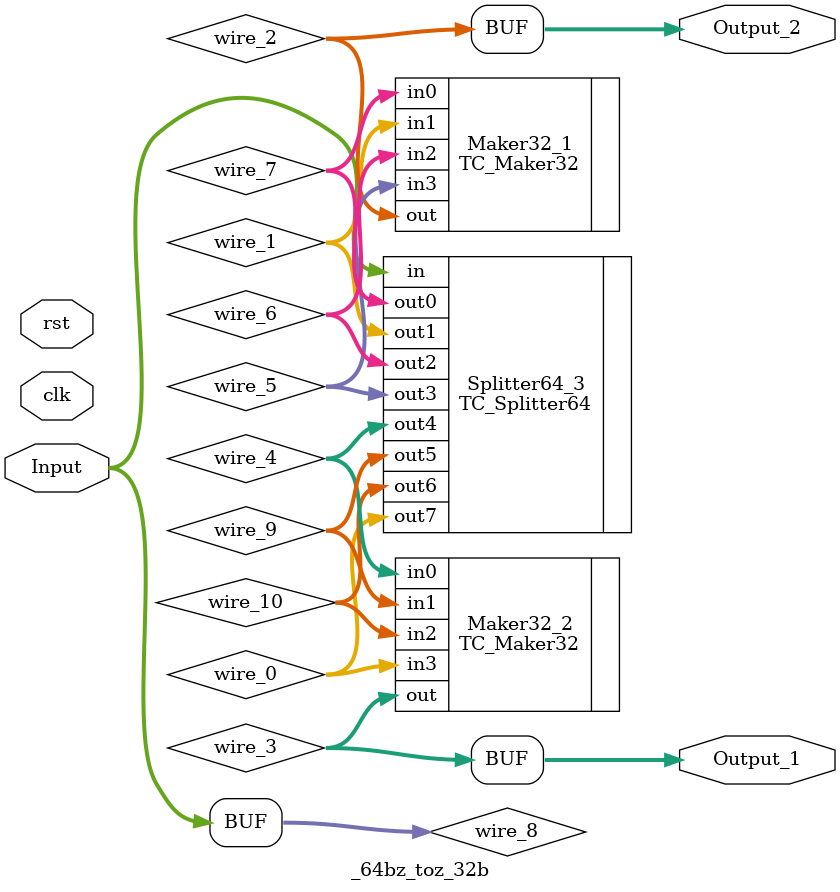
<source format=v>
module _64bz_toz_32b (clk, rst, Input, Output_1, Output_2);
  parameter UUID = 0;
  parameter NAME = "";
  input wire clk;
  input wire rst;

  input  wire [63:0] Input;
  output  wire [31:0] Output_1;
  output  wire [31:0] Output_2;

  TC_Constant # (.UUID(64'd481172826707387999 ^ UUID), .BIT_WIDTH(64'd1), .value(1'd0)) Off_0 (.out());
  TC_Maker32 # (.UUID(64'd1313187820457327494 ^ UUID)) Maker32_1 (.in0(wire_7), .in1(wire_1), .in2(wire_6), .in3(wire_5), .out(wire_2));
  TC_Maker32 # (.UUID(64'd3904101815136823351 ^ UUID)) Maker32_2 (.in0(wire_4), .in1(wire_9), .in2(wire_10), .in3(wire_0), .out(wire_3));
  TC_Splitter64 # (.UUID(64'd635915171221099122 ^ UUID)) Splitter64_3 (.in(wire_8), .out0(wire_7), .out1(wire_1), .out2(wire_6), .out3(wire_5), .out4(wire_4), .out5(wire_9), .out6(wire_10), .out7(wire_0));

  wire [7:0] wire_0;
  wire [7:0] wire_1;
  wire [31:0] wire_2;
  assign Output_2 = wire_2;
  wire [31:0] wire_3;
  assign Output_1 = wire_3;
  wire [7:0] wire_4;
  wire [7:0] wire_5;
  wire [7:0] wire_6;
  wire [7:0] wire_7;
  wire [63:0] wire_8;
  assign wire_8 = Input;
  wire [7:0] wire_9;
  wire [7:0] wire_10;

endmodule

</source>
